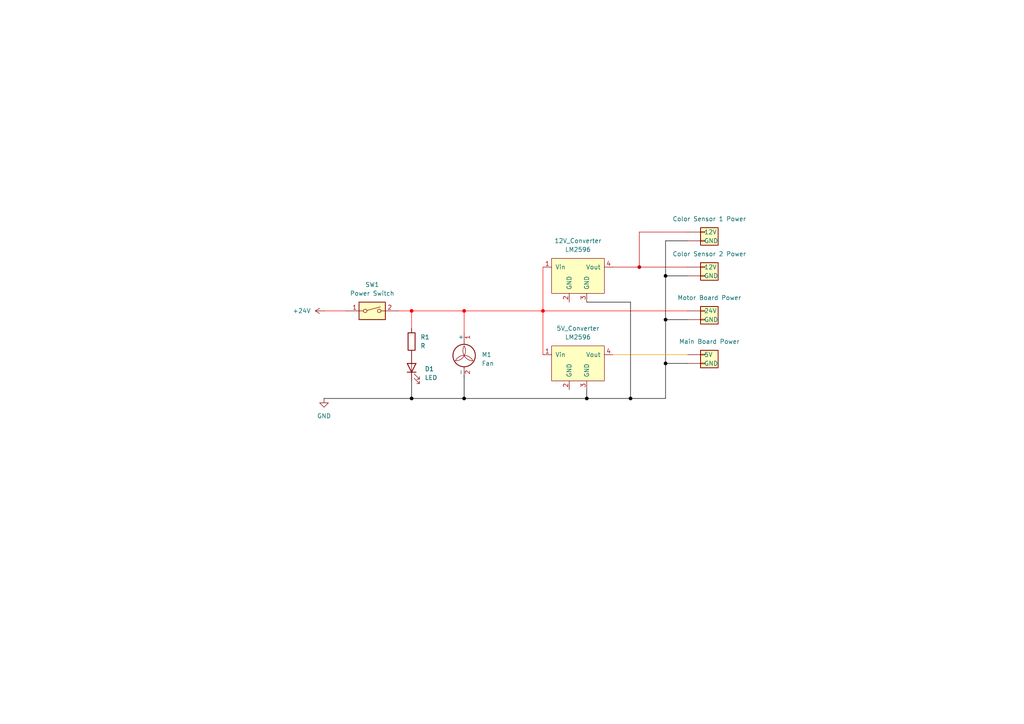
<source format=kicad_sch>
(kicad_sch (version 20231120) (generator "eeschema") (generator_version "8.0")
  (paper "A4")
  (title_block (title "Rubik's Cube Power Board") (date "5/22/24") (rev "A") (company "Designed by Charlie Lambert") (comment 1 "Power board for Rubik's Cube Solving Machine"))
  (lib_symbols
    (symbol "Conn_01x02_1" (pin_numbers hide) (pin_names (offset 1.016))
      (property "Value" "Main Board Power" (at 1.27 -6.35 0))
      (symbol "Conn_01x02_1_1_1"
        (rectangle (start -1.27 -2.413) (end 0 -2.667) (stroke (width 0.1524)))
        (rectangle (start -1.27 0.127) (end 0 -0.127) (stroke (width 0.1524)))
        (rectangle (start -1.27 1.27) (end 3.81 -3.81) (stroke (width 0.254)) (fill (type background)))
        (pin passive line (at -5.08 0 0) (length 3.81) (name "GND") (number "1"))
        (pin passive line (at -5.08 -2.54 0) (length 3.81) (name "5V") (number "2"))
      )
    )
    (symbol "Conn_01x02_2" (pin_numbers hide) (pin_names (offset 1.016))
      (property "Value" "Color Sensor 2 Power" (at 1.27 -6.35 0))
      (symbol "Conn_01x02_2_1_1"
        (rectangle (start -1.27 -2.413) (end 0 -2.667) (stroke (width 0.1524)))
        (rectangle (start -1.27 0.127) (end 0 -0.127) (stroke (width 0.1524)))
        (rectangle (start -1.27 1.27) (end 3.81 -3.81) (stroke (width 0.254)) (fill (type background)))
        (pin passive line (at -5.08 0 0) (length 3.81) (name "GND") (number "1"))
        (pin passive line (at -5.08 -2.54 0) (length 3.81) (name "12V") (number "2"))
      )
    )
    (symbol "Conn_01x02_3" (pin_numbers hide) (pin_names (offset 1.016))
      (property "Value" "Motor Board Power" (at 1.27 -6.35 0))
      (symbol "Conn_01x02_3_1_1"
        (rectangle (start -1.27 -2.413) (end 0 -2.667) (stroke (width 0.1524)))
        (rectangle (start -1.27 0.127) (end 0 -0.127) (stroke (width 0.1524)))
        (rectangle (start -1.27 1.27) (end 3.81 -3.81) (stroke (width 0.254)) (fill (type background)))
        (pin passive line (at -5.08 0 0) (length 3.81) (name "GND") (number "1"))
        (pin passive line (at -5.08 -2.54 0) (length 3.81) (name "24V") (number "2"))
      )
    )
    (symbol "Device:LED" (pin_numbers hide) (pin_names (offset 1.016) hide)
      (property "Reference" "D" (at 0 2.54 0))
      (property "Value" "LED" (at 0 -2.54 0))
      (symbol "LED_0_1"
        (polyline (pts (xy -1.27 -1.27) (xy -1.27 1.27)) (stroke (width 0.254)))
        (polyline (pts (xy -1.27 0) (xy 1.27 0)))
        (polyline (pts (xy 1.27 -1.27) (xy 1.27 1.27) (xy -1.27 0) (xy 1.27 -1.27)) (stroke (width 0.254)))
        (polyline (pts (xy -3.048 -0.762) (xy -4.572 -2.286) (xy -3.81 -2.286) (xy -4.572 -2.286) (xy -4.572 -1.524)))
        (polyline (pts (xy -1.778 -0.762) (xy -3.302 -2.286) (xy -2.54 -2.286) (xy -3.302 -2.286) (xy -3.302 -1.524)))
      )
      (symbol "LED_1_1"
        (pin passive line (at -3.81 0 0) (length 2.54) (name "K") (number "1"))
        (pin passive line (at 3.81 0 180) (length 2.54) (name "A") (number "2"))
      )
    )
    (symbol "Device:R" (pin_numbers hide) (pin_names (offset 0))
      (property "Reference" "R" (at 2.032 0 90))
      (property "Value" "R" (at 0 0 90))
      (symbol "R_0_1"
        (rectangle (start -1.016 -2.54) (end 1.016 2.54) (stroke (width 0.254)))
      )
      (symbol "R_1_1"
        (pin passive line (at 0 3.81 270) (length 1.27) (name "~") (number "1"))
        (pin passive line (at 0 -3.81 90) (length 1.27) (name "~") (number "2"))
      )
    )
    (symbol "Motor:Fan" (pin_names (offset 0))
      (property "Reference" "M" (at 2.54 5.08 0))
      (property "Value" "Fan" (at 2.54 -2.54 0))
      (symbol "Fan_0_1"
        (arc (start -2.54 -0.508) (mid 0.0028 0.9121) (end 0 3.81))
        (polyline (pts (xy 0 -5.08) (xy 0 -4.572)))
        (polyline (pts (xy 0 -2.2352) (xy 0 -2.6416)))
        (polyline (pts (xy 0 4.2672) (xy 0 4.6228)))
        (polyline (pts (xy 0 4.572) (xy 0 5.08)))
        (circle (center 0 1.016) (radius 3.2512) (stroke (width 0.254)))
        (arc (start 0 3.81) (mid 0.053 0.921) (end 2.54 -0.508))
        (arc (start 2.54 -0.508) (mid 0 1.0618) (end -2.54 -0.508))
      )
      (symbol "Fan_1_1"
        (pin passive line (at 0 7.62 270) (length 2.54) (name "+") (number "1"))
        (pin passive line (at 0 -5.08 90) (length 2.54) (name "-") (number "2"))
      )
    )
    (symbol "Switch:SW_DIP_x01" (pin_names (offset 0) hide)
      (property "Reference" "SW" (at 0 3.81 0))
      (property "Value" "SW_DIP_x01" (at 0 -3.81 0))
      (symbol "SW_DIP_x01_0_0"
        (circle (center -2.032 0) (radius 0.508))
        (polyline (pts (xy -1.524 0.127) (xy 2.3622 1.1684)))
        (circle (center 2.032 0) (radius 0.508))
      )
      (symbol "SW_DIP_x01_0_1"
        (rectangle (start -3.81 2.54) (end 3.81 -2.54) (stroke (width 0.254)) (fill (type background)))
      )
      (symbol "SW_DIP_x01_1_1"
        (pin passive line (at -7.62 0 0) (length 5.08) (name "~") (number "1"))
        (pin passive line (at 7.62 0 180) (length 5.08) (name "~") (number "2"))
      )
    )
    (symbol "YAAJ_DCDC_StepDown_LM2596_1" (pin_names (offset 1.016))
      (property "Reference" "12V_Converter" (at 0 10.16 0))
      (property "Value" "LM2596" (at 0 7.62 0))
      (symbol "YAAJ_DCDC_StepDown_LM2596_1_0_1"
        (rectangle (start -7.62 5.08) (end 7.62 -5.08) (fill (type background)))
      )
      (symbol "YAAJ_DCDC_StepDown_LM2596_1_1_1"
        (pin power_in line (at -10.16 2.54 0) (length 2.54) (name "Vin") (number "1"))
        (pin power_in line (at -2.54 -7.62 90) (length 2.54) (name "GND") (number "2"))
        (pin power_in line (at 2.54 -7.62 90) (length 2.54) (name "GND") (number "3"))
        (pin power_out line (at 10.16 2.54 180) (length 2.54) (name "Vout") (number "4"))
      )
    )
    (symbol "power:+24V" (power) (pin_numbers hide) (pin_names (offset 0) hide)
      (property "Value" "+24V" (at 0 3.556 0))
      (symbol "+24V_0_1"
        (polyline (pts (xy -0.762 1.27) (xy 0 2.54)))
        (polyline (pts (xy 0 0) (xy 0 2.54)))
        (polyline (pts (xy 0 2.54) (xy 0.762 1.27)))
      )
      (symbol "+24V_1_1"
        (pin power_in line (at 0 0 90) (length 0) (name "~") (number "1"))
      )
    )
    (symbol "power:GND" (power) (pin_numbers hide) (pin_names (offset 0) hide)
      (property "Value" "GND" (at 0 -3.81 0))
      (symbol "GND_0_1"
        (polyline (pts (xy 0 0) (xy 0 -1.27) (xy 1.27 -1.27) (xy 0 -2.54) (xy -1.27 -1.27) (xy 0 -1.27)))
      )
      (symbol "GND_1_1"
        (pin power_in line (at 0 0 270) (length 0) (name "~") (number "1"))
      )
    )
    (symbol "yaaj_dcdc_stepdown_lm2596:YAAJ_DCDC_StepDown_LM2596" (pin_names (offset 1.016))
      (property "Reference" "5V_Converter" (at 0 10.16 0))
      (property "Value" "LM2596" (at 0 7.62 0))
      (symbol "YAAJ_DCDC_StepDown_LM2596_0_1"
        (rectangle (start -7.62 5.08) (end 7.62 -5.08) (fill (type background)))
      )
      (symbol "YAAJ_DCDC_StepDown_LM2596_1_1"
        (pin power_in line (at -10.16 2.54 0) (length 2.54) (name "Vin") (number "1"))
        (pin power_in line (at -2.54 -7.62 90) (length 2.54) (name "GND") (number "2"))
        (pin power_in line (at 2.54 -7.62 90) (length 2.54) (name "GND") (number "3"))
        (pin power_out line (at 10.16 2.54 180) (length 2.54) (name "Vout") (number "4"))
      )
    )
  )
  (junction (at 182.88 115.57) (color 0 0 0 1))
  (junction (at 157.48 90.17) (color 255 0 0 1))
  (junction (at 119.38 90.17) (color 255 0 0 1))
  (junction (at 193.04 80.01) (color 0 0 0 1))
  (junction (at 134.62 90.17) (color 255 0 0 1))
  (junction (at 119.38 115.57) (color 0 0 0 1))
  (junction (at 170.18 115.57) (color 0 0 0 1))
  (junction (at 193.04 92.71) (color 0 0 0 1))
  (junction (at 185.42 77.47) (color 194 0 0 1))
  (junction (at 193.04 105.41) (color 0 0 0 1))
  (junction (at 134.62 115.57) (color 0 0 0 1))
  (wire (pts (xy 193.04 92.71) (xy 193.04 80.01)) (stroke (width 0) (color 0 0 0 1)))
  (wire (pts (xy 185.42 77.47) (xy 199.39 77.47)) (stroke (width 0) (color 194 0 0 1)))
  (wire (pts (xy 134.62 90.17) (xy 157.48 90.17)) (stroke (width 0) (color 255 0 0 1)))
  (wire (pts (xy 119.38 90.17) (xy 134.62 90.17)) (stroke (width 0) (color 255 0 0 1)))
  (wire (pts (xy 157.48 90.17) (xy 199.39 90.17)) (stroke (width 0) (color 255 0 0 1)))
  (wire (pts (xy 119.38 90.17) (xy 119.38 95.25)) (stroke (width 0) (color 255 0 0 1)))
  (wire (pts (xy 182.88 87.63) (xy 182.88 115.57)) (stroke (width 0) (color 0 0 0 1)))
  (wire (pts (xy 170.18 87.63) (xy 182.88 87.63)) (stroke (width 0) (color 0 0 0 1)))
  (wire (pts (xy 193.04 69.85) (xy 199.39 69.85)) (stroke (width 0) (color 0 0 0 1)))
  (wire (pts (xy 119.38 110.49) (xy 119.38 115.57)) (stroke (width 0) (color 0 0 0 1)))
  (wire (pts (xy 193.04 80.01) (xy 199.39 80.01)) (stroke (width 0) (color 0 0 0 1)))
  (wire (pts (xy 185.42 77.47) (xy 185.42 67.31)) (stroke (width 0) (color 194 0 0 1)))
  (wire (pts (xy 193.04 105.41) (xy 199.39 105.41)) (stroke (width 0) (color 0 0 0 1)))
  (wire (pts (xy 193.04 115.57) (xy 193.04 105.41)) (stroke (width 0) (color 0 0 0 1)))
  (wire (pts (xy 182.88 115.57) (xy 170.18 115.57)) (stroke (width 0) (color 0 0 0 1)))
  (wire (pts (xy 134.62 90.17) (xy 134.62 96.52)) (stroke (width 0) (color 255 0 0 1)))
  (wire (pts (xy 177.8 102.87) (xy 199.39 102.87)) (stroke (width 0) (color 255 153 0 1)))
  (wire (pts (xy 93.98 90.17) (xy 100.33 90.17)) (stroke (width 0) (color 255 0 0 1)))
  (wire (pts (xy 170.18 115.57) (xy 170.18 113.03)) (stroke (width 0) (color 0 0 0 1)))
  (wire (pts (xy 177.8 77.47) (xy 185.42 77.47)) (stroke (width 0) (color 194 0 0 1)))
  (wire (pts (xy 134.62 115.57) (xy 170.18 115.57)) (stroke (width 0) (color 0 0 0 1)))
  (wire (pts (xy 193.04 105.41) (xy 193.04 92.71)) (stroke (width 0) (color 0 0 0 1)))
  (wire (pts (xy 182.88 115.57) (xy 193.04 115.57)) (stroke (width 0) (color 0 0 0 1)))
  (wire (pts (xy 93.98 115.57) (xy 119.38 115.57)) (stroke (width 0) (color 0 0 0 1)))
  (wire (pts (xy 193.04 92.71) (xy 199.39 92.71)) (stroke (width 0) (color 0 0 0 1)))
  (wire (pts (xy 157.48 90.17) (xy 157.48 102.87)) (stroke (width 0) (color 255 0 0 1)))
  (wire (pts (xy 134.62 109.22) (xy 134.62 115.57)) (stroke (width 0) (color 0 0 0 1)))
  (wire (pts (xy 193.04 80.01) (xy 193.04 69.85)) (stroke (width 0) (color 0 0 0 1)))
  (wire (pts (xy 157.48 77.47) (xy 157.48 90.17)) (stroke (width 0) (color 255 0 0 1)))
  (wire (pts (xy 119.38 115.57) (xy 134.62 115.57)) (stroke (width 0) (color 0 0 0 1)))
  (wire (pts (xy 185.42 67.31) (xy 199.39 67.31)) (stroke (width 0) (color 194 0 0 1)))
  (wire (pts (xy 115.57 90.17) (xy 119.38 90.17)) (stroke (width 0) (color 255 0 0 1)))
  (symbol (lib_name "Conn_01x02_3") (lib_id "Connector_Generic:Conn_01x02") (at 204.47 92.71 0) (mirror x) (unit 1)
    (property "Reference" "J1" (effects (hide yes)))
    (property "Value" "Motor Board Power" (at 205.74 86.36 0))
    (property "Footprint" "Connector_JST:JST_XH_B4B-XH-A_1x04_P2.50mm_Vertical" (effects (hide yes)))
    (property "Description" "Generic connector, single row, 01x02, script generated (kicad-library-utils/schlib/autogen/connector/)" (effects (hide yes)))
  )
  (symbol (lib_name "YAAJ_DCDC_StepDown_LM2596_1") (lib_id "yaaj_dcdc_stepdown_lm2596:YAAJ_DCDC_StepDown_LM2596") (at 167.64 80.01 0) (unit 1)
    (property "Reference" "12V_Converter" (at 167.64 69.85 0))
    (property "Value" "LM2596" (at 167.64 72.39 0))
    (property "Description" "module : adjustable step down module 3.2V-40V to 1.25V-35V 3A" (effects (hide yes)))
  )
  (symbol (lib_id "power:+24V") (at 93.98 90.17 90) (unit 1)
    (property "Reference" "#PWR01" (effects (hide yes)))
    (property "Value" "+24V" (at 90.17 90.1699 90) (effects (justify left)))
    (property "Description" "Power symbol creates a global label with name \"+24V\"" (effects (hide yes)))
  )
  (symbol (lib_name "Conn_01x02_2") (lib_id "Connector_Generic:Conn_01x02") (at 204.47 80.01 0) (mirror x) (unit 1)
    (property "Reference" "J6" (effects (hide yes)))
    (property "Value" "Color Sensor 2 Power" (at 205.74 73.66 0))
    (property "Footprint" "Connector_JST:JST_XH_B4B-XH-A_1x04_P2.50mm_Vertical" (effects (hide yes)))
    (property "Description" "Generic connector, single row, 01x02, script generated (kicad-library-utils/schlib/autogen/connector/)" (effects (hide yes)))
  )
  (symbol (lib_name "Conn_01x02_2") (lib_id "Connector_Generic:Conn_01x02") (at 204.47 69.85 0) (mirror x) (unit 1)
    (property "Reference" "J5" (effects (hide yes)))
    (property "Value" "Color Sensor 1 Power" (at 205.74 63.5 0))
    (property "Footprint" "Connector_JST:JST_XH_B4B-XH-A_1x04_P2.50mm_Vertical" (effects (hide yes)))
    (property "Description" "Generic connector, single row, 01x02, script generated (kicad-library-utils/schlib/autogen/connector/)" (effects (hide yes)))
  )
  (symbol (lib_id "Motor:Fan") (at 134.62 104.14 0) (unit 1)
    (property "Reference" "M1" (at 139.7 102.8699 0) (effects (justify left)))
    (property "Value" "Fan" (at 139.7 105.4099 0) (effects (justify left)))
    (property "Description" "Fan" (effects (hide yes)))
  )
  (symbol (lib_id "yaaj_dcdc_stepdown_lm2596:YAAJ_DCDC_StepDown_LM2596") (at 167.64 105.41 0) (unit 1)
    (property "Reference" "5V_Converter" (at 167.64 95.25 0))
    (property "Value" "LM2596" (at 167.64 97.79 0))
    (property "Description" "module : adjustable step down module 3.2V-40V to 1.25V-35V 3A" (effects (hide yes)))
  )
  (symbol (lib_id "Device:R") (at 119.38 99.06 180) (unit 1)
    (property "Reference" "R1" (at 121.92 97.7899 0) (effects (justify right)))
    (property "Value" "R" (at 121.92 100.3299 0) (effects (justify right)))
    (property "Description" "Resistor" (effects (hide yes)))
  )
  (symbol (lib_name "Conn_01x02_1") (lib_id "Connector_Generic:Conn_01x02") (at 204.47 105.41 0) (mirror x) (unit 1)
    (property "Reference" "J3" (effects (hide yes)))
    (property "Value" "Main Board Power" (at 205.74 99.06 0))
    (property "Footprint" "Connector_JST:JST_XH_B4B-XH-A_1x04_P2.50mm_Vertical" (effects (hide yes)))
    (property "Description" "Generic connector, single row, 01x02, script generated (kicad-library-utils/schlib/autogen/connector/)" (effects (hide yes)))
  )
  (symbol (lib_id "Switch:SW_DIP_x01") (at 107.95 90.17 0) (unit 1)
    (property "Reference" "SW1" (at 107.95 82.55 0))
    (property "Value" "Power Switch" (at 107.95 85.09 0))
    (property "Description" "1x DIP Switch, Single Pole Single Throw (SPST) switch, small symbol" (effects (hide yes)))
  )
  (symbol (lib_id "Device:LED") (at 119.38 106.68 90) (unit 1)
    (property "Reference" "D1" (at 123.19 106.9974 90) (effects (justify right)))
    (property "Value" "LED" (at 123.19 109.5374 90) (effects (justify right)))
    (property "Description" "Light emitting diode" (effects (hide yes)))
  )
  (symbol (lib_id "power:GND") (at 93.98 115.57 0) (unit 1)
    (property "Reference" "#PWR02" (effects (hide yes)))
    (property "Value" "GND" (at 93.98 120.65 0))
    (property "Description" "Power symbol creates a global label with name \"GND\" , ground" (effects (hide yes)))
  )
)
</source>
